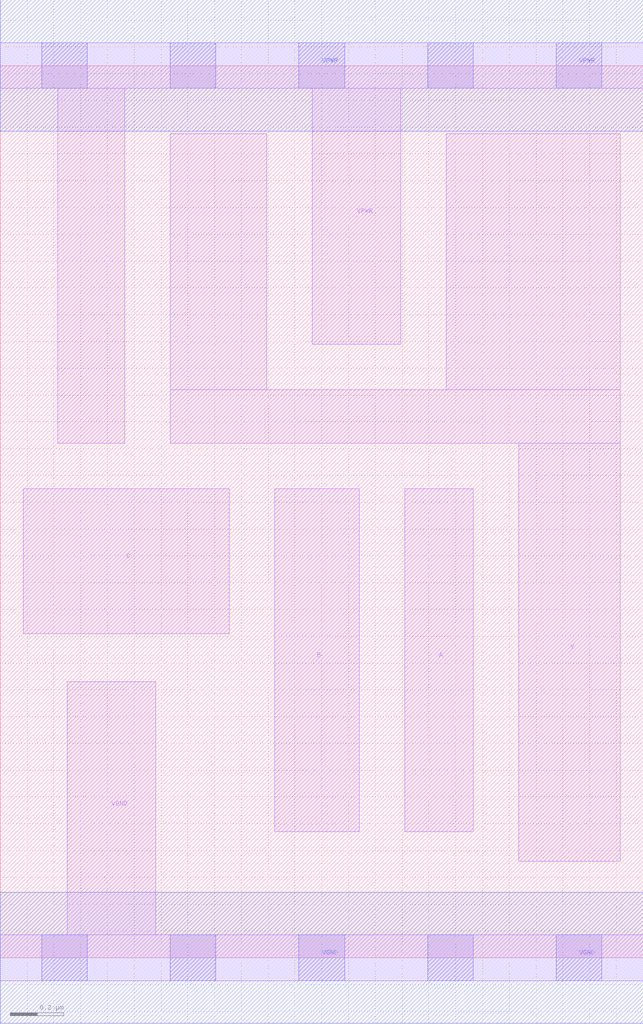
<source format=lef>
# Copyright 2020 The SkyWater PDK Authors
#
# Licensed under the Apache License, Version 2.0 (the "License");
# you may not use this file except in compliance with the License.
# You may obtain a copy of the License at
#
#     https://www.apache.org/licenses/LICENSE-2.0
#
# Unless required by applicable law or agreed to in writing, software
# distributed under the License is distributed on an "AS IS" BASIS,
# WITHOUT WARRANTIES OR CONDITIONS OF ANY KIND, either express or implied.
# See the License for the specific language governing permissions and
# limitations under the License.
#
# SPDX-License-Identifier: Apache-2.0

VERSION 5.7 ;
  NAMESCASESENSITIVE ON ;
  NOWIREEXTENSIONATPIN ON ;
  DIVIDERCHAR "/" ;
  BUSBITCHARS "[]" ;
UNITS
  DATABASE MICRONS 200 ;
END UNITS
MACRO sky130_fd_sc_lp__nand3_1
  CLASS CORE ;
  SOURCE USER ;
  FOREIGN sky130_fd_sc_lp__nand3_1 ;
  ORIGIN  0.000000  0.000000 ;
  SIZE  2.400000 BY  3.330000 ;
  SYMMETRY X Y R90 ;
  SITE unit ;
  PIN A
    ANTENNAGATEAREA  0.315000 ;
    DIRECTION INPUT ;
    USE SIGNAL ;
    PORT
      LAYER li1 ;
        RECT 1.510000 0.470000 1.765000 1.750000 ;
    END
  END A
  PIN B
    ANTENNAGATEAREA  0.315000 ;
    DIRECTION INPUT ;
    USE SIGNAL ;
    PORT
      LAYER li1 ;
        RECT 1.025000 0.470000 1.340000 1.750000 ;
    END
  END B
  PIN C
    ANTENNAGATEAREA  0.315000 ;
    DIRECTION INPUT ;
    USE SIGNAL ;
    PORT
      LAYER li1 ;
        RECT 0.085000 1.210000 0.855000 1.750000 ;
    END
  END C
  PIN Y
    ANTENNADIFFAREA  1.115100 ;
    DIRECTION OUTPUT ;
    USE SIGNAL ;
    PORT
      LAYER li1 ;
        RECT 0.635000 1.920000 2.315000 2.120000 ;
        RECT 0.635000 2.120000 0.995000 3.075000 ;
        RECT 1.665000 2.120000 2.315000 3.075000 ;
        RECT 1.935000 0.360000 2.315000 1.920000 ;
    END
  END Y
  PIN VGND
    DIRECTION INOUT ;
    USE GROUND ;
    PORT
      LAYER li1 ;
        RECT 0.000000 -0.085000 2.400000 0.085000 ;
        RECT 0.250000  0.085000 0.580000 1.030000 ;
      LAYER mcon ;
        RECT 0.155000 -0.085000 0.325000 0.085000 ;
        RECT 0.635000 -0.085000 0.805000 0.085000 ;
        RECT 1.115000 -0.085000 1.285000 0.085000 ;
        RECT 1.595000 -0.085000 1.765000 0.085000 ;
        RECT 2.075000 -0.085000 2.245000 0.085000 ;
      LAYER met1 ;
        RECT 0.000000 -0.245000 2.400000 0.245000 ;
    END
  END VGND
  PIN VPWR
    DIRECTION INOUT ;
    USE POWER ;
    PORT
      LAYER li1 ;
        RECT 0.000000 3.245000 2.400000 3.415000 ;
        RECT 0.215000 1.920000 0.465000 3.245000 ;
        RECT 1.165000 2.290000 1.495000 3.245000 ;
      LAYER mcon ;
        RECT 0.155000 3.245000 0.325000 3.415000 ;
        RECT 0.635000 3.245000 0.805000 3.415000 ;
        RECT 1.115000 3.245000 1.285000 3.415000 ;
        RECT 1.595000 3.245000 1.765000 3.415000 ;
        RECT 2.075000 3.245000 2.245000 3.415000 ;
      LAYER met1 ;
        RECT 0.000000 3.085000 2.400000 3.575000 ;
    END
  END VPWR
END sky130_fd_sc_lp__nand3_1

</source>
